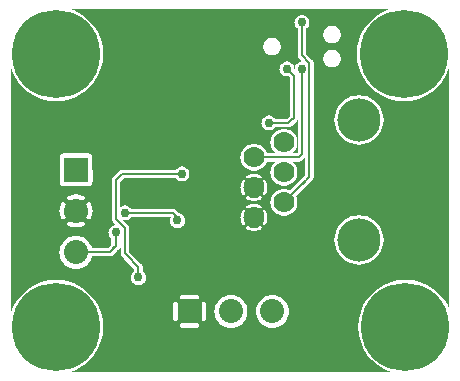
<source format=gbr>
G04 start of page 3 for group 1 idx 1 *
G04 Title: (unknown), bottom *
G04 Creator: pcb 20140316 *
G04 CreationDate: Mon 02 Nov 2015 05:35:22 PM GMT UTC *
G04 For: ndholmes *
G04 Format: Gerber/RS-274X *
G04 PCB-Dimensions (mil): 1500.00 1250.00 *
G04 PCB-Coordinate-Origin: lower left *
%MOIN*%
%FSLAX25Y25*%
%LNBOTTOM*%
%ADD48C,0.0390*%
%ADD47C,0.0472*%
%ADD46C,0.1280*%
%ADD45C,0.1285*%
%ADD44C,0.0150*%
%ADD43C,0.0140*%
%ADD42C,0.0300*%
%ADD41C,0.0800*%
%ADD40C,0.1440*%
%ADD39C,0.0700*%
%ADD38C,0.2937*%
%ADD37C,0.0080*%
%ADD36C,0.0001*%
G54D36*G36*
X90695Y64635D02*X90951Y64478D01*
X91605Y64207D01*
X92294Y64042D01*
X93000Y63986D01*
X93706Y64042D01*
X94395Y64207D01*
X95049Y64478D01*
X95653Y64848D01*
X96192Y65308D01*
X96652Y65847D01*
X97022Y66451D01*
X97293Y67105D01*
X97458Y67794D01*
X97500Y68500D01*
X97458Y69206D01*
X97293Y69895D01*
X97022Y70549D01*
X96652Y71153D01*
X96192Y71692D01*
X95714Y72100D01*
X97945D01*
X98000Y72096D01*
X98220Y72113D01*
X98434Y72164D01*
X98638Y72249D01*
X98825Y72364D01*
X98993Y72507D01*
X99029Y72549D01*
X99951Y73471D01*
X99993Y73507D01*
X100100Y73632D01*
Y67580D01*
X95044Y62524D01*
X94395Y62793D01*
X93706Y62958D01*
X93000Y63014D01*
X92294Y62958D01*
X91605Y62793D01*
X90951Y62522D01*
X90695Y62365D01*
Y64635D01*
G37*
G36*
Y83600D02*X94445D01*
X94500Y83596D01*
X94720Y83613D01*
X94934Y83664D01*
X95138Y83749D01*
X95325Y83864D01*
X95493Y84007D01*
X95529Y84049D01*
X97201Y85721D01*
X97243Y85757D01*
X97386Y85924D01*
X97386Y85925D01*
X97501Y86112D01*
X97586Y86316D01*
X97600Y86376D01*
Y75080D01*
X97420Y74900D01*
X95714D01*
X96192Y75308D01*
X96652Y75847D01*
X97022Y76451D01*
X97293Y77105D01*
X97458Y77794D01*
X97500Y78500D01*
X97458Y79206D01*
X97293Y79895D01*
X97022Y80549D01*
X96652Y81153D01*
X96192Y81692D01*
X95653Y82152D01*
X95049Y82522D01*
X94395Y82793D01*
X93706Y82958D01*
X93000Y83014D01*
X92294Y82958D01*
X91605Y82793D01*
X90951Y82522D01*
X90695Y82365D01*
Y83600D01*
G37*
G36*
X117987Y14430D02*X118538Y12138D01*
X119482Y9858D01*
X120772Y7753D01*
X122376Y5876D01*
X124253Y4272D01*
X126358Y2982D01*
X128638Y2038D01*
X128795Y2000D01*
X117987D01*
Y14430D01*
G37*
G36*
Y103348D02*X118038Y103138D01*
X118982Y100858D01*
X120272Y98753D01*
X121876Y96876D01*
X123753Y95272D01*
X125858Y93982D01*
X128138Y93038D01*
X130539Y92461D01*
X133000Y92268D01*
X135461Y92461D01*
X137862Y93038D01*
X140142Y93982D01*
X142247Y95272D01*
X144124Y96876D01*
X145728Y98753D01*
X147018Y100858D01*
X147962Y103138D01*
X148000Y103295D01*
Y22978D01*
X147518Y24142D01*
X146228Y26247D01*
X144624Y28124D01*
X142747Y29728D01*
X140642Y31018D01*
X138362Y31962D01*
X135961Y32539D01*
X133500Y32732D01*
X131039Y32539D01*
X128638Y31962D01*
X126358Y31018D01*
X124253Y29728D01*
X122376Y28124D01*
X120772Y26247D01*
X119482Y24142D01*
X118538Y21862D01*
X117987Y19570D01*
Y37776D01*
X118000Y37775D01*
X119287Y37876D01*
X120542Y38177D01*
X121734Y38671D01*
X122835Y39346D01*
X123816Y40184D01*
X124654Y41165D01*
X125329Y42266D01*
X125823Y43458D01*
X126124Y44713D01*
X126200Y46000D01*
X126124Y47287D01*
X125823Y48542D01*
X125329Y49734D01*
X124654Y50835D01*
X123816Y51816D01*
X122835Y52654D01*
X121734Y53329D01*
X120542Y53823D01*
X119287Y54124D01*
X118000Y54225D01*
X117987Y54224D01*
Y77776D01*
X118000Y77775D01*
X119287Y77876D01*
X120542Y78177D01*
X121734Y78671D01*
X122835Y79346D01*
X123816Y80184D01*
X124654Y81165D01*
X125329Y82266D01*
X125823Y83458D01*
X126124Y84713D01*
X126200Y86000D01*
X126124Y87287D01*
X125823Y88542D01*
X125329Y89734D01*
X124654Y90835D01*
X123816Y91816D01*
X122835Y92654D01*
X121734Y93329D01*
X120542Y93823D01*
X119287Y94124D01*
X118000Y94225D01*
X117987Y94224D01*
Y103348D01*
G37*
G36*
Y123000D02*X128295D01*
X128138Y122962D01*
X125858Y122018D01*
X123753Y120728D01*
X121876Y119124D01*
X120272Y117247D01*
X118982Y115142D01*
X118038Y112862D01*
X117987Y112652D01*
Y123000D01*
G37*
G36*
X108995D02*X117987D01*
Y112652D01*
X117461Y110461D01*
X117268Y108000D01*
X117461Y105539D01*
X117987Y103348D01*
Y94224D01*
X116713Y94124D01*
X115458Y93823D01*
X114266Y93329D01*
X113165Y92654D01*
X112184Y91816D01*
X111346Y90835D01*
X110671Y89734D01*
X110177Y88542D01*
X109876Y87287D01*
X109775Y86000D01*
X109876Y84713D01*
X110177Y83458D01*
X110671Y82266D01*
X111346Y81165D01*
X112184Y80184D01*
X113165Y79346D01*
X114266Y78671D01*
X115458Y78177D01*
X116713Y77876D01*
X117987Y77776D01*
Y54224D01*
X116713Y54124D01*
X115458Y53823D01*
X114266Y53329D01*
X113165Y52654D01*
X112184Y51816D01*
X111346Y50835D01*
X110671Y49734D01*
X110177Y48542D01*
X109876Y47287D01*
X109775Y46000D01*
X109876Y44713D01*
X110177Y43458D01*
X110671Y42266D01*
X111346Y41165D01*
X112184Y40184D01*
X113165Y39346D01*
X114266Y38671D01*
X115458Y38177D01*
X116713Y37876D01*
X117987Y37776D01*
Y19570D01*
X117961Y19461D01*
X117768Y17000D01*
X117961Y14539D01*
X117987Y14430D01*
Y2000D01*
X108995D01*
Y103541D01*
X109000Y103541D01*
X109463Y103577D01*
X109914Y103686D01*
X110343Y103863D01*
X110739Y104106D01*
X111092Y104408D01*
X111394Y104761D01*
X111637Y105157D01*
X111814Y105586D01*
X111923Y106037D01*
X111950Y106500D01*
X111923Y106963D01*
X111814Y107414D01*
X111637Y107843D01*
X111394Y108239D01*
X111092Y108592D01*
X110739Y108894D01*
X110343Y109137D01*
X109914Y109314D01*
X109463Y109423D01*
X109000Y109459D01*
X108995Y109459D01*
Y111541D01*
X109000Y111541D01*
X109463Y111577D01*
X109914Y111686D01*
X110343Y111863D01*
X110739Y112106D01*
X111092Y112408D01*
X111394Y112761D01*
X111637Y113157D01*
X111814Y113586D01*
X111923Y114037D01*
X111950Y114500D01*
X111923Y114963D01*
X111814Y115414D01*
X111637Y115843D01*
X111394Y116239D01*
X111092Y116592D01*
X110739Y116894D01*
X110343Y117137D01*
X109914Y117314D01*
X109463Y117423D01*
X109000Y117459D01*
X108995Y117459D01*
Y123000D01*
G37*
G36*
X90695D02*X108995D01*
Y117459D01*
X108537Y117423D01*
X108086Y117314D01*
X107657Y117137D01*
X107261Y116894D01*
X106908Y116592D01*
X106606Y116239D01*
X106363Y115843D01*
X106186Y115414D01*
X106077Y114963D01*
X106041Y114500D01*
X106077Y114037D01*
X106186Y113586D01*
X106363Y113157D01*
X106606Y112761D01*
X106908Y112408D01*
X107261Y112106D01*
X107657Y111863D01*
X108086Y111686D01*
X108537Y111577D01*
X108995Y111541D01*
Y109459D01*
X108537Y109423D01*
X108086Y109314D01*
X107657Y109137D01*
X107261Y108894D01*
X106908Y108592D01*
X106606Y108239D01*
X106363Y107843D01*
X106186Y107414D01*
X106077Y106963D01*
X106041Y106500D01*
X106077Y106037D01*
X106186Y105586D01*
X106363Y105157D01*
X106606Y104761D01*
X106908Y104408D01*
X107261Y104106D01*
X107657Y103863D01*
X108086Y103686D01*
X108537Y103577D01*
X108995Y103541D01*
Y2000D01*
X90695D01*
Y16896D01*
X90819Y16926D01*
X91619Y17257D01*
X92357Y17710D01*
X93015Y18272D01*
X93577Y18930D01*
X94030Y19668D01*
X94361Y20468D01*
X94563Y21310D01*
X94614Y22173D01*
X94563Y23036D01*
X94361Y23878D01*
X94030Y24678D01*
X93577Y25416D01*
X93015Y26074D01*
X92357Y26636D01*
X91619Y27089D01*
X90819Y27420D01*
X90695Y27450D01*
Y54635D01*
X90951Y54478D01*
X91605Y54207D01*
X92294Y54042D01*
X93000Y53986D01*
X93706Y54042D01*
X94395Y54207D01*
X95049Y54478D01*
X95653Y54848D01*
X96192Y55308D01*
X96652Y55847D01*
X97022Y56451D01*
X97293Y57105D01*
X97458Y57794D01*
X97500Y58500D01*
X97458Y59206D01*
X97293Y59895D01*
X97024Y60544D01*
X102451Y65971D01*
X102493Y66007D01*
X102636Y66174D01*
X102636Y66175D01*
X102751Y66362D01*
X102836Y66566D01*
X102887Y66780D01*
X102904Y67000D01*
X102900Y67055D01*
Y102000D01*
X102900Y102000D01*
Y104945D01*
X102904Y105000D01*
X102887Y105220D01*
X102836Y105434D01*
X102751Y105638D01*
X102636Y105825D01*
X102636Y105826D01*
X102493Y105993D01*
X102451Y106029D01*
X100400Y108080D01*
Y116426D01*
X100474Y116471D01*
X100773Y116727D01*
X101029Y117026D01*
X101234Y117362D01*
X101385Y117725D01*
X101477Y118108D01*
X101500Y118500D01*
X101477Y118892D01*
X101385Y119275D01*
X101234Y119638D01*
X101029Y119974D01*
X100773Y120273D01*
X100474Y120529D01*
X100138Y120734D01*
X99775Y120885D01*
X99392Y120977D01*
X99000Y121008D01*
X98608Y120977D01*
X98225Y120885D01*
X97862Y120734D01*
X97526Y120529D01*
X97227Y120273D01*
X96971Y119974D01*
X96766Y119638D01*
X96615Y119275D01*
X96523Y118892D01*
X96492Y118500D01*
X96523Y118108D01*
X96615Y117725D01*
X96766Y117362D01*
X96971Y117026D01*
X97227Y116727D01*
X97526Y116471D01*
X97600Y116426D01*
Y107555D01*
X97596Y107500D01*
X97613Y107280D01*
X97664Y107066D01*
X97749Y106862D01*
X97864Y106675D01*
X97864Y106674D01*
X98007Y106507D01*
X98049Y106471D01*
X99013Y105507D01*
X99000Y105508D01*
X98608Y105477D01*
X98225Y105385D01*
X97862Y105234D01*
X97526Y105029D01*
X97227Y104773D01*
X96971Y104474D01*
X96766Y104138D01*
X96615Y103775D01*
X96523Y103392D01*
X96497Y103056D01*
X96477Y103392D01*
X96385Y103775D01*
X96234Y104138D01*
X96029Y104474D01*
X95773Y104773D01*
X95474Y105029D01*
X95138Y105234D01*
X94775Y105385D01*
X94392Y105477D01*
X94000Y105508D01*
X93608Y105477D01*
X93225Y105385D01*
X92862Y105234D01*
X92526Y105029D01*
X92227Y104773D01*
X91971Y104474D01*
X91766Y104138D01*
X91615Y103775D01*
X91523Y103392D01*
X91492Y103000D01*
X91523Y102608D01*
X91615Y102225D01*
X91766Y101862D01*
X91971Y101526D01*
X92227Y101227D01*
X92526Y100971D01*
X92862Y100766D01*
X93225Y100615D01*
X93608Y100523D01*
X94000Y100492D01*
X94392Y100523D01*
X94477Y100543D01*
X94850Y100170D01*
Y87330D01*
X93920Y86400D01*
X90695D01*
Y108079D01*
X90739Y108106D01*
X91092Y108408D01*
X91394Y108761D01*
X91637Y109157D01*
X91814Y109586D01*
X91923Y110037D01*
X91950Y110500D01*
X91923Y110963D01*
X91814Y111414D01*
X91637Y111843D01*
X91394Y112239D01*
X91092Y112592D01*
X90739Y112894D01*
X90695Y112921D01*
Y123000D01*
G37*
G36*
X86720Y17211D02*X87409Y16926D01*
X88251Y16724D01*
X89114Y16656D01*
X89977Y16724D01*
X90695Y16896D01*
Y2000D01*
X86720D01*
Y17211D01*
G37*
G36*
Y70959D02*X87022Y71451D01*
X87291Y72100D01*
X90286D01*
X89808Y71692D01*
X89348Y71153D01*
X88978Y70549D01*
X88707Y69895D01*
X88542Y69206D01*
X88486Y68500D01*
X88542Y67794D01*
X88707Y67105D01*
X88978Y66451D01*
X89348Y65847D01*
X89808Y65308D01*
X90347Y64848D01*
X90695Y64635D01*
Y62365D01*
X90347Y62152D01*
X89808Y61692D01*
X89348Y61153D01*
X88978Y60549D01*
X88707Y59895D01*
X88542Y59206D01*
X88486Y58500D01*
X88542Y57794D01*
X88707Y57105D01*
X88978Y56451D01*
X89348Y55847D01*
X89808Y55308D01*
X90347Y54848D01*
X90695Y54635D01*
Y27450D01*
X89977Y27622D01*
X89114Y27690D01*
X88251Y27622D01*
X87409Y27420D01*
X86720Y27135D01*
Y51044D01*
X86771Y51083D01*
X86826Y51139D01*
X86870Y51204D01*
X87064Y51556D01*
X87221Y51926D01*
X87344Y52309D01*
X87433Y52700D01*
X87487Y53099D01*
X87504Y53500D01*
X87487Y53901D01*
X87433Y54300D01*
X87344Y54691D01*
X87221Y55074D01*
X87064Y55444D01*
X86874Y55798D01*
X86829Y55863D01*
X86774Y55920D01*
X86720Y55960D01*
Y61044D01*
X86771Y61083D01*
X86826Y61139D01*
X86870Y61204D01*
X87064Y61556D01*
X87221Y61926D01*
X87344Y62309D01*
X87433Y62700D01*
X87487Y63099D01*
X87504Y63500D01*
X87487Y63901D01*
X87433Y64300D01*
X87344Y64691D01*
X87221Y65074D01*
X87064Y65444D01*
X86874Y65798D01*
X86829Y65863D01*
X86774Y65920D01*
X86720Y65960D01*
Y70959D01*
G37*
G36*
X83002Y68986D02*X83706Y69042D01*
X84395Y69207D01*
X85049Y69478D01*
X85653Y69848D01*
X86192Y70308D01*
X86652Y70847D01*
X86720Y70959D01*
Y65960D01*
X86710Y65968D01*
X86640Y66004D01*
X86565Y66030D01*
X86487Y66044D01*
X86408Y66045D01*
X86329Y66033D01*
X86254Y66010D01*
X86183Y65975D01*
X86118Y65929D01*
X86061Y65874D01*
X86013Y65811D01*
X85976Y65741D01*
X85951Y65666D01*
X85937Y65588D01*
X85936Y65508D01*
X85948Y65430D01*
X85971Y65354D01*
X86007Y65284D01*
X86157Y65010D01*
X86279Y64723D01*
X86375Y64426D01*
X86444Y64121D01*
X86486Y63812D01*
X86500Y63500D01*
X86486Y63188D01*
X86444Y62879D01*
X86375Y62574D01*
X86279Y62277D01*
X86157Y61990D01*
X86010Y61714D01*
X85974Y61645D01*
X85951Y61569D01*
X85940Y61491D01*
X85941Y61413D01*
X85954Y61335D01*
X85980Y61261D01*
X86016Y61191D01*
X86064Y61128D01*
X86120Y61073D01*
X86184Y61028D01*
X86255Y60993D01*
X86330Y60970D01*
X86408Y60959D01*
X86487Y60960D01*
X86564Y60973D01*
X86639Y60999D01*
X86708Y61035D01*
X86720Y61044D01*
Y55960D01*
X86710Y55968D01*
X86640Y56004D01*
X86565Y56030D01*
X86487Y56044D01*
X86408Y56045D01*
X86329Y56033D01*
X86254Y56010D01*
X86183Y55975D01*
X86118Y55929D01*
X86061Y55874D01*
X86013Y55811D01*
X85976Y55741D01*
X85951Y55666D01*
X85937Y55588D01*
X85936Y55508D01*
X85948Y55430D01*
X85971Y55354D01*
X86007Y55284D01*
X86157Y55010D01*
X86279Y54723D01*
X86375Y54426D01*
X86444Y54121D01*
X86486Y53812D01*
X86500Y53500D01*
X86486Y53188D01*
X86444Y52879D01*
X86375Y52574D01*
X86279Y52277D01*
X86157Y51990D01*
X86010Y51714D01*
X85974Y51645D01*
X85951Y51569D01*
X85940Y51491D01*
X85941Y51413D01*
X85954Y51335D01*
X85980Y51261D01*
X86016Y51191D01*
X86064Y51128D01*
X86120Y51073D01*
X86184Y51028D01*
X86255Y50993D01*
X86330Y50970D01*
X86408Y50959D01*
X86487Y50960D01*
X86564Y50973D01*
X86639Y50999D01*
X86708Y51035D01*
X86720Y51044D01*
Y27135D01*
X86609Y27089D01*
X85871Y26636D01*
X85213Y26074D01*
X84651Y25416D01*
X84198Y24678D01*
X83867Y23878D01*
X83665Y23036D01*
X83597Y22173D01*
X83665Y21310D01*
X83867Y20468D01*
X84198Y19668D01*
X84651Y18930D01*
X85213Y18272D01*
X85871Y17710D01*
X86609Y17257D01*
X86720Y17211D01*
Y2000D01*
X83002D01*
Y48996D01*
X83401Y49013D01*
X83800Y49067D01*
X84191Y49156D01*
X84574Y49279D01*
X84944Y49436D01*
X85298Y49626D01*
X85363Y49671D01*
X85420Y49726D01*
X85468Y49790D01*
X85504Y49860D01*
X85530Y49935D01*
X85544Y50013D01*
X85545Y50092D01*
X85533Y50171D01*
X85510Y50246D01*
X85475Y50317D01*
X85429Y50382D01*
X85374Y50439D01*
X85311Y50487D01*
X85241Y50524D01*
X85166Y50549D01*
X85088Y50563D01*
X85008Y50564D01*
X84930Y50552D01*
X84854Y50529D01*
X84784Y50493D01*
X84510Y50343D01*
X84223Y50221D01*
X83926Y50125D01*
X83621Y50056D01*
X83312Y50014D01*
X83002Y50000D01*
Y57000D01*
X83312Y56986D01*
X83621Y56944D01*
X83926Y56875D01*
X84223Y56779D01*
X84510Y56657D01*
X84786Y56510D01*
X84855Y56474D01*
X84931Y56451D01*
X85009Y56440D01*
X85087Y56441D01*
X85165Y56454D01*
X85239Y56480D01*
X85309Y56516D01*
X85372Y56564D01*
X85427Y56620D01*
X85472Y56684D01*
X85507Y56755D01*
X85530Y56830D01*
X85541Y56908D01*
X85540Y56987D01*
X85527Y57064D01*
X85501Y57139D01*
X85465Y57208D01*
X85417Y57271D01*
X85361Y57326D01*
X85296Y57370D01*
X84944Y57564D01*
X84574Y57721D01*
X84191Y57844D01*
X83800Y57933D01*
X83401Y57987D01*
X83002Y58004D01*
Y58996D01*
X83401Y59013D01*
X83800Y59067D01*
X84191Y59156D01*
X84574Y59279D01*
X84944Y59436D01*
X85298Y59626D01*
X85363Y59671D01*
X85420Y59726D01*
X85468Y59790D01*
X85504Y59860D01*
X85530Y59935D01*
X85544Y60013D01*
X85545Y60092D01*
X85533Y60171D01*
X85510Y60246D01*
X85475Y60317D01*
X85429Y60382D01*
X85374Y60439D01*
X85311Y60487D01*
X85241Y60524D01*
X85166Y60549D01*
X85088Y60563D01*
X85008Y60564D01*
X84930Y60552D01*
X84854Y60529D01*
X84784Y60493D01*
X84510Y60343D01*
X84223Y60221D01*
X83926Y60125D01*
X83621Y60056D01*
X83312Y60014D01*
X83002Y60000D01*
Y67000D01*
X83312Y66986D01*
X83621Y66944D01*
X83926Y66875D01*
X84223Y66779D01*
X84510Y66657D01*
X84786Y66510D01*
X84855Y66474D01*
X84931Y66451D01*
X85009Y66440D01*
X85087Y66441D01*
X85165Y66454D01*
X85239Y66480D01*
X85309Y66516D01*
X85372Y66564D01*
X85427Y66620D01*
X85472Y66684D01*
X85507Y66755D01*
X85530Y66830D01*
X85541Y66908D01*
X85540Y66987D01*
X85527Y67064D01*
X85501Y67139D01*
X85465Y67208D01*
X85417Y67271D01*
X85361Y67326D01*
X85296Y67370D01*
X84944Y67564D01*
X84574Y67721D01*
X84191Y67844D01*
X83800Y67933D01*
X83401Y67987D01*
X83002Y68004D01*
Y68986D01*
G37*
G36*
Y123000D02*X90695D01*
Y112921D01*
X90343Y113137D01*
X89914Y113314D01*
X89463Y113423D01*
X89000Y113459D01*
X88537Y113423D01*
X88086Y113314D01*
X87657Y113137D01*
X87261Y112894D01*
X86908Y112592D01*
X86606Y112239D01*
X86363Y111843D01*
X86186Y111414D01*
X86077Y110963D01*
X86041Y110500D01*
X86077Y110037D01*
X86186Y109586D01*
X86363Y109157D01*
X86606Y108761D01*
X86908Y108408D01*
X87261Y108106D01*
X87657Y107863D01*
X88086Y107686D01*
X88537Y107577D01*
X89000Y107541D01*
X89463Y107577D01*
X89914Y107686D01*
X90343Y107863D01*
X90695Y108079D01*
Y86400D01*
X90074D01*
X90029Y86474D01*
X89773Y86773D01*
X89474Y87029D01*
X89138Y87234D01*
X88775Y87385D01*
X88392Y87477D01*
X88000Y87508D01*
X87608Y87477D01*
X87225Y87385D01*
X86862Y87234D01*
X86526Y87029D01*
X86227Y86773D01*
X85971Y86474D01*
X85766Y86138D01*
X85615Y85775D01*
X85523Y85392D01*
X85492Y85000D01*
X85523Y84608D01*
X85615Y84225D01*
X85766Y83862D01*
X85971Y83526D01*
X86227Y83227D01*
X86526Y82971D01*
X86862Y82766D01*
X87225Y82615D01*
X87608Y82523D01*
X88000Y82492D01*
X88392Y82523D01*
X88775Y82615D01*
X89138Y82766D01*
X89474Y82971D01*
X89773Y83227D01*
X90029Y83526D01*
X90074Y83600D01*
X90695D01*
Y82365D01*
X90347Y82152D01*
X89808Y81692D01*
X89348Y81153D01*
X88978Y80549D01*
X88707Y79895D01*
X88542Y79206D01*
X88486Y78500D01*
X88542Y77794D01*
X88707Y77105D01*
X88978Y76451D01*
X89348Y75847D01*
X89808Y75308D01*
X90286Y74900D01*
X87291D01*
X87022Y75549D01*
X86652Y76153D01*
X86192Y76692D01*
X85653Y77152D01*
X85049Y77522D01*
X84395Y77793D01*
X83706Y77958D01*
X83002Y78014D01*
Y123000D01*
G37*
G36*
X79280Y70959D02*X79348Y70847D01*
X79808Y70308D01*
X80347Y69848D01*
X80951Y69478D01*
X81605Y69207D01*
X82294Y69042D01*
X83000Y68986D01*
X83002Y68986D01*
Y68004D01*
X83000Y68004D01*
X82599Y67987D01*
X82200Y67933D01*
X81809Y67844D01*
X81426Y67721D01*
X81056Y67564D01*
X80702Y67374D01*
X80637Y67329D01*
X80580Y67274D01*
X80532Y67210D01*
X80496Y67140D01*
X80470Y67065D01*
X80456Y66987D01*
X80455Y66908D01*
X80467Y66829D01*
X80490Y66754D01*
X80525Y66683D01*
X80571Y66618D01*
X80626Y66561D01*
X80689Y66513D01*
X80759Y66476D01*
X80834Y66451D01*
X80912Y66437D01*
X80992Y66436D01*
X81070Y66448D01*
X81146Y66471D01*
X81216Y66507D01*
X81490Y66657D01*
X81777Y66779D01*
X82074Y66875D01*
X82379Y66944D01*
X82688Y66986D01*
X83000Y67000D01*
X83002Y67000D01*
Y60000D01*
X83000Y60000D01*
X82688Y60014D01*
X82379Y60056D01*
X82074Y60125D01*
X81777Y60221D01*
X81490Y60343D01*
X81214Y60490D01*
X81145Y60526D01*
X81069Y60549D01*
X80991Y60560D01*
X80913Y60559D01*
X80835Y60546D01*
X80761Y60520D01*
X80691Y60484D01*
X80628Y60436D01*
X80573Y60380D01*
X80528Y60316D01*
X80493Y60245D01*
X80470Y60170D01*
X80459Y60092D01*
X80460Y60013D01*
X80473Y59936D01*
X80499Y59861D01*
X80535Y59792D01*
X80583Y59729D01*
X80639Y59674D01*
X80704Y59630D01*
X81056Y59436D01*
X81426Y59279D01*
X81809Y59156D01*
X82200Y59067D01*
X82599Y59013D01*
X83000Y58996D01*
X83002Y58996D01*
Y58004D01*
X83000Y58004D01*
X82599Y57987D01*
X82200Y57933D01*
X81809Y57844D01*
X81426Y57721D01*
X81056Y57564D01*
X80702Y57374D01*
X80637Y57329D01*
X80580Y57274D01*
X80532Y57210D01*
X80496Y57140D01*
X80470Y57065D01*
X80456Y56987D01*
X80455Y56908D01*
X80467Y56829D01*
X80490Y56754D01*
X80525Y56683D01*
X80571Y56618D01*
X80626Y56561D01*
X80689Y56513D01*
X80759Y56476D01*
X80834Y56451D01*
X80912Y56437D01*
X80992Y56436D01*
X81070Y56448D01*
X81146Y56471D01*
X81216Y56507D01*
X81490Y56657D01*
X81777Y56779D01*
X82074Y56875D01*
X82379Y56944D01*
X82688Y56986D01*
X83000Y57000D01*
X83002Y57000D01*
Y50000D01*
X83000Y50000D01*
X82688Y50014D01*
X82379Y50056D01*
X82074Y50125D01*
X81777Y50221D01*
X81490Y50343D01*
X81214Y50490D01*
X81145Y50526D01*
X81069Y50549D01*
X80991Y50560D01*
X80913Y50559D01*
X80835Y50546D01*
X80761Y50520D01*
X80691Y50484D01*
X80628Y50436D01*
X80573Y50380D01*
X80528Y50316D01*
X80493Y50245D01*
X80470Y50170D01*
X80459Y50092D01*
X80460Y50013D01*
X80473Y49936D01*
X80499Y49861D01*
X80535Y49792D01*
X80583Y49729D01*
X80639Y49674D01*
X80704Y49630D01*
X81056Y49436D01*
X81426Y49279D01*
X81809Y49156D01*
X82200Y49067D01*
X82599Y49013D01*
X83000Y48996D01*
X83002Y48996D01*
Y2000D01*
X79280D01*
Y18323D01*
X79798Y18930D01*
X80251Y19668D01*
X80582Y20468D01*
X80784Y21310D01*
X80835Y22173D01*
X80784Y23036D01*
X80582Y23878D01*
X80251Y24678D01*
X79798Y25416D01*
X79280Y26023D01*
Y51040D01*
X79290Y51032D01*
X79360Y50996D01*
X79435Y50970D01*
X79513Y50956D01*
X79592Y50955D01*
X79671Y50967D01*
X79746Y50990D01*
X79817Y51025D01*
X79882Y51071D01*
X79939Y51126D01*
X79987Y51189D01*
X80024Y51259D01*
X80049Y51334D01*
X80063Y51412D01*
X80064Y51492D01*
X80052Y51570D01*
X80029Y51646D01*
X79993Y51716D01*
X79843Y51990D01*
X79721Y52277D01*
X79625Y52574D01*
X79556Y52879D01*
X79514Y53188D01*
X79500Y53500D01*
X79514Y53812D01*
X79556Y54121D01*
X79625Y54426D01*
X79721Y54723D01*
X79843Y55010D01*
X79990Y55286D01*
X80026Y55355D01*
X80049Y55431D01*
X80060Y55509D01*
X80059Y55587D01*
X80046Y55665D01*
X80020Y55739D01*
X79984Y55809D01*
X79936Y55872D01*
X79880Y55927D01*
X79816Y55972D01*
X79745Y56007D01*
X79670Y56030D01*
X79592Y56041D01*
X79513Y56040D01*
X79436Y56027D01*
X79361Y56001D01*
X79292Y55965D01*
X79280Y55956D01*
Y61040D01*
X79290Y61032D01*
X79360Y60996D01*
X79435Y60970D01*
X79513Y60956D01*
X79592Y60955D01*
X79671Y60967D01*
X79746Y60990D01*
X79817Y61025D01*
X79882Y61071D01*
X79939Y61126D01*
X79987Y61189D01*
X80024Y61259D01*
X80049Y61334D01*
X80063Y61412D01*
X80064Y61492D01*
X80052Y61570D01*
X80029Y61646D01*
X79993Y61716D01*
X79843Y61990D01*
X79721Y62277D01*
X79625Y62574D01*
X79556Y62879D01*
X79514Y63188D01*
X79500Y63500D01*
X79514Y63812D01*
X79556Y64121D01*
X79625Y64426D01*
X79721Y64723D01*
X79843Y65010D01*
X79990Y65286D01*
X80026Y65355D01*
X80049Y65431D01*
X80060Y65509D01*
X80059Y65587D01*
X80046Y65665D01*
X80020Y65739D01*
X79984Y65809D01*
X79936Y65872D01*
X79880Y65927D01*
X79816Y65972D01*
X79745Y66007D01*
X79670Y66030D01*
X79592Y66041D01*
X79513Y66040D01*
X79436Y66027D01*
X79361Y66001D01*
X79292Y65965D01*
X79280Y65956D01*
Y70959D01*
G37*
G36*
Y123000D02*X83002D01*
Y78014D01*
X83000Y78014D01*
X82294Y77958D01*
X81605Y77793D01*
X80951Y77522D01*
X80347Y77152D01*
X79808Y76692D01*
X79348Y76153D01*
X79280Y76041D01*
Y123000D01*
G37*
G36*
X66305D02*X79280D01*
Y76041D01*
X78978Y75549D01*
X78707Y74895D01*
X78542Y74206D01*
X78486Y73500D01*
X78542Y72794D01*
X78707Y72105D01*
X78978Y71451D01*
X79280Y70959D01*
Y65956D01*
X79229Y65917D01*
X79174Y65861D01*
X79130Y65796D01*
X78936Y65444D01*
X78779Y65074D01*
X78656Y64691D01*
X78567Y64300D01*
X78513Y63901D01*
X78496Y63500D01*
X78513Y63099D01*
X78567Y62700D01*
X78656Y62309D01*
X78779Y61926D01*
X78936Y61556D01*
X79126Y61202D01*
X79171Y61137D01*
X79226Y61080D01*
X79280Y61040D01*
Y55956D01*
X79229Y55917D01*
X79174Y55861D01*
X79130Y55796D01*
X78936Y55444D01*
X78779Y55074D01*
X78656Y54691D01*
X78567Y54300D01*
X78513Y53901D01*
X78496Y53500D01*
X78513Y53099D01*
X78567Y52700D01*
X78656Y52309D01*
X78779Y51926D01*
X78936Y51556D01*
X79126Y51202D01*
X79171Y51137D01*
X79226Y51080D01*
X79280Y51040D01*
Y26023D01*
X79236Y26074D01*
X78578Y26636D01*
X77840Y27089D01*
X77040Y27420D01*
X76198Y27622D01*
X75335Y27690D01*
X74472Y27622D01*
X73630Y27420D01*
X72830Y27089D01*
X72092Y26636D01*
X71434Y26074D01*
X70872Y25416D01*
X70419Y24678D01*
X70088Y23878D01*
X69886Y23036D01*
X69818Y22173D01*
X69886Y21310D01*
X70088Y20468D01*
X70419Y19668D01*
X70872Y18930D01*
X71434Y18272D01*
X72092Y17710D01*
X72830Y17257D01*
X73630Y16926D01*
X74472Y16724D01*
X75335Y16656D01*
X76198Y16724D01*
X77040Y16926D01*
X77840Y17257D01*
X78578Y17710D01*
X79236Y18272D01*
X79280Y18323D01*
Y2000D01*
X66305D01*
Y18921D01*
X66423Y18930D01*
X66537Y18958D01*
X66647Y19003D01*
X66747Y19064D01*
X66837Y19141D01*
X66914Y19231D01*
X66975Y19331D01*
X67020Y19441D01*
X67048Y19555D01*
X67055Y19673D01*
Y24673D01*
X67048Y24791D01*
X67020Y24905D01*
X66975Y25015D01*
X66914Y25115D01*
X66837Y25205D01*
X66747Y25282D01*
X66647Y25343D01*
X66537Y25388D01*
X66423Y25416D01*
X66305Y25425D01*
Y123000D01*
G37*
G36*
X61555D02*X66305D01*
Y25425D01*
X66187Y25416D01*
X66073Y25388D01*
X65963Y25343D01*
X65863Y25282D01*
X65773Y25205D01*
X65696Y25115D01*
X65635Y25015D01*
X65590Y24905D01*
X65562Y24791D01*
X65555Y24673D01*
Y19673D01*
X65562Y19555D01*
X65590Y19441D01*
X65635Y19331D01*
X65696Y19231D01*
X65773Y19141D01*
X65863Y19064D01*
X65963Y19003D01*
X66073Y18958D01*
X66187Y18930D01*
X66305Y18921D01*
Y2000D01*
X61555D01*
Y16673D01*
X64055D01*
X64173Y16680D01*
X64287Y16708D01*
X64397Y16753D01*
X64497Y16814D01*
X64587Y16891D01*
X64664Y16981D01*
X64725Y17081D01*
X64770Y17191D01*
X64798Y17305D01*
X64807Y17423D01*
X64798Y17541D01*
X64770Y17655D01*
X64725Y17765D01*
X64664Y17865D01*
X64587Y17955D01*
X64497Y18032D01*
X64397Y18093D01*
X64287Y18138D01*
X64173Y18166D01*
X64055Y18173D01*
X61555D01*
Y26173D01*
X64055D01*
X64173Y26180D01*
X64287Y26208D01*
X64397Y26253D01*
X64497Y26314D01*
X64587Y26391D01*
X64664Y26481D01*
X64725Y26581D01*
X64770Y26691D01*
X64798Y26805D01*
X64807Y26923D01*
X64798Y27041D01*
X64770Y27155D01*
X64725Y27265D01*
X64664Y27365D01*
X64587Y27455D01*
X64497Y27532D01*
X64397Y27593D01*
X64287Y27638D01*
X64173Y27666D01*
X64055Y27673D01*
X61555D01*
Y123000D01*
G37*
G36*
X56805D02*X61555D01*
Y27673D01*
X59055D01*
X58937Y27666D01*
X58823Y27638D01*
X58713Y27593D01*
X58613Y27532D01*
X58523Y27455D01*
X58446Y27365D01*
X58385Y27265D01*
X58340Y27155D01*
X58312Y27041D01*
X58303Y26923D01*
X58312Y26805D01*
X58340Y26691D01*
X58385Y26581D01*
X58446Y26481D01*
X58523Y26391D01*
X58613Y26314D01*
X58713Y26253D01*
X58823Y26208D01*
X58937Y26180D01*
X59055Y26173D01*
X61555D01*
Y18173D01*
X59055D01*
X58937Y18166D01*
X58823Y18138D01*
X58713Y18093D01*
X58613Y18032D01*
X58523Y17955D01*
X58446Y17865D01*
X58385Y17765D01*
X58340Y17655D01*
X58312Y17541D01*
X58303Y17423D01*
X58312Y17305D01*
X58340Y17191D01*
X58385Y17081D01*
X58446Y16981D01*
X58523Y16891D01*
X58613Y16814D01*
X58713Y16753D01*
X58823Y16708D01*
X58937Y16680D01*
X59055Y16673D01*
X61555D01*
Y2000D01*
X56805D01*
Y18921D01*
X56923Y18930D01*
X57037Y18958D01*
X57147Y19003D01*
X57247Y19064D01*
X57337Y19141D01*
X57414Y19231D01*
X57475Y19331D01*
X57520Y19441D01*
X57548Y19555D01*
X57555Y19673D01*
Y24673D01*
X57548Y24791D01*
X57520Y24905D01*
X57475Y25015D01*
X57414Y25115D01*
X57337Y25205D01*
X57247Y25282D01*
X57147Y25343D01*
X57037Y25388D01*
X56923Y25416D01*
X56805Y25425D01*
Y50096D01*
X57108Y50023D01*
X57500Y49992D01*
X57892Y50023D01*
X58275Y50115D01*
X58638Y50266D01*
X58974Y50471D01*
X59273Y50727D01*
X59529Y51026D01*
X59734Y51362D01*
X59885Y51725D01*
X59977Y52108D01*
X60000Y52500D01*
X59977Y52892D01*
X59885Y53275D01*
X59734Y53638D01*
X59529Y53974D01*
X59273Y54273D01*
X58974Y54529D01*
X58638Y54734D01*
X58275Y54885D01*
X58038Y54942D01*
X57029Y55951D01*
X56993Y55993D01*
X56826Y56136D01*
X56825Y56136D01*
X56805Y56149D01*
Y66600D01*
X56926D01*
X56971Y66526D01*
X57227Y66227D01*
X57526Y65971D01*
X57862Y65766D01*
X58225Y65615D01*
X58608Y65523D01*
X59000Y65492D01*
X59392Y65523D01*
X59775Y65615D01*
X60138Y65766D01*
X60474Y65971D01*
X60773Y66227D01*
X61029Y66526D01*
X61234Y66862D01*
X61385Y67225D01*
X61477Y67608D01*
X61500Y68000D01*
X61477Y68392D01*
X61385Y68775D01*
X61234Y69138D01*
X61029Y69474D01*
X60773Y69773D01*
X60474Y70029D01*
X60138Y70234D01*
X59775Y70385D01*
X59392Y70477D01*
X59000Y70508D01*
X58608Y70477D01*
X58225Y70385D01*
X57862Y70234D01*
X57526Y70029D01*
X57227Y69773D01*
X56971Y69474D01*
X56926Y69400D01*
X56805D01*
Y123000D01*
G37*
G36*
Y56149D02*X56638Y56251D01*
X56434Y56336D01*
X56220Y56387D01*
X56000Y56404D01*
X55945Y56400D01*
X42074D01*
X42029Y56474D01*
X41773Y56773D01*
X41474Y57029D01*
X41138Y57234D01*
X40775Y57385D01*
X40392Y57477D01*
X40000Y57508D01*
X39828Y57494D01*
Y66600D01*
X56805D01*
Y56149D01*
G37*
G36*
Y2000D02*X39828D01*
Y39692D01*
X43100Y36420D01*
Y35574D01*
X43026Y35529D01*
X42727Y35273D01*
X42471Y34974D01*
X42266Y34638D01*
X42115Y34275D01*
X42023Y33892D01*
X41992Y33500D01*
X42023Y33108D01*
X42115Y32725D01*
X42266Y32362D01*
X42471Y32026D01*
X42727Y31727D01*
X43026Y31471D01*
X43362Y31266D01*
X43725Y31115D01*
X44108Y31023D01*
X44500Y30992D01*
X44892Y31023D01*
X45275Y31115D01*
X45638Y31266D01*
X45974Y31471D01*
X46273Y31727D01*
X46529Y32026D01*
X46734Y32362D01*
X46885Y32725D01*
X46977Y33108D01*
X47000Y33500D01*
X46977Y33892D01*
X46885Y34275D01*
X46734Y34638D01*
X46529Y34974D01*
X46273Y35273D01*
X45974Y35529D01*
X45900Y35574D01*
Y36945D01*
X45904Y37000D01*
X45887Y37220D01*
X45836Y37434D01*
X45751Y37638D01*
X45636Y37825D01*
X45493Y37993D01*
X45451Y38029D01*
X41400Y42080D01*
Y49945D01*
X41404Y50000D01*
X41387Y50220D01*
X41336Y50434D01*
X41251Y50638D01*
X41136Y50825D01*
X41136Y50826D01*
X40993Y50993D01*
X40951Y51029D01*
X39828Y52152D01*
Y52506D01*
X40000Y52492D01*
X40392Y52523D01*
X40775Y52615D01*
X41138Y52766D01*
X41474Y52971D01*
X41773Y53227D01*
X42029Y53526D01*
X42074Y53600D01*
X55250D01*
X55115Y53275D01*
X55023Y52892D01*
X54992Y52500D01*
X55023Y52108D01*
X55115Y51725D01*
X55266Y51362D01*
X55471Y51026D01*
X55727Y50727D01*
X56026Y50471D01*
X56362Y50266D01*
X56725Y50115D01*
X56805Y50096D01*
Y25425D01*
X56687Y25416D01*
X56573Y25388D01*
X56463Y25343D01*
X56363Y25282D01*
X56273Y25205D01*
X56196Y25115D01*
X56135Y25015D01*
X56090Y24905D01*
X56062Y24791D01*
X56055Y24673D01*
Y19673D01*
X56062Y19555D01*
X56090Y19441D01*
X56135Y19331D01*
X56196Y19231D01*
X56273Y19141D01*
X56363Y19064D01*
X56463Y19003D01*
X56573Y18958D01*
X56687Y18930D01*
X56805Y18921D01*
Y2000D01*
G37*
G36*
X39828Y123000D02*X56805D01*
Y69400D01*
X39828D01*
Y123000D01*
G37*
G36*
Y57494D02*X39608Y57477D01*
X39225Y57385D01*
X38862Y57234D01*
X38526Y57029D01*
X38400Y56921D01*
Y65420D01*
X39580Y66600D01*
X39828D01*
Y57494D01*
G37*
G36*
Y52152D02*X39409Y52571D01*
X39608Y52523D01*
X39828Y52506D01*
Y52152D01*
G37*
G36*
X23673Y36369D02*X24536Y36437D01*
X25378Y36639D01*
X26178Y36970D01*
X26916Y37423D01*
X27574Y37985D01*
X28136Y38643D01*
X28589Y39381D01*
X28920Y40181D01*
X28993Y40486D01*
X34831D01*
X34886Y40482D01*
X35105Y40499D01*
X35106Y40499D01*
X35320Y40550D01*
X35524Y40635D01*
X35711Y40750D01*
X35879Y40893D01*
X35915Y40935D01*
X37440Y42460D01*
X37496Y42474D01*
X37729Y42570D01*
X37943Y42702D01*
X38135Y42865D01*
X38298Y43057D01*
X38430Y43271D01*
X38526Y43504D01*
X38585Y43749D01*
X38600Y44000D01*
Y46579D01*
X38600Y46579D01*
Y41555D01*
X38596Y41500D01*
X38613Y41280D01*
X38664Y41066D01*
X38749Y40862D01*
X38864Y40675D01*
X38864Y40674D01*
X39007Y40507D01*
X39049Y40471D01*
X39828Y39692D01*
Y2000D01*
X23673D01*
Y2788D01*
X24142Y2982D01*
X26247Y4272D01*
X28124Y5876D01*
X29728Y7753D01*
X31018Y9858D01*
X31962Y12138D01*
X32539Y14539D01*
X32684Y17000D01*
X32539Y19461D01*
X31962Y21862D01*
X31018Y24142D01*
X29728Y26247D01*
X28124Y28124D01*
X26247Y29728D01*
X24142Y31018D01*
X23673Y31212D01*
Y36369D01*
G37*
G36*
X28166Y123000D02*X39828D01*
Y69400D01*
X39055D01*
X39000Y69404D01*
X38780Y69387D01*
X38566Y69336D01*
X38362Y69251D01*
X38175Y69136D01*
X38174Y69136D01*
X38007Y68993D01*
X37971Y68951D01*
X36049Y67029D01*
X36007Y66993D01*
X35864Y66825D01*
X35749Y66638D01*
X35664Y66434D01*
X35613Y66220D01*
X35596Y66000D01*
X35600Y65945D01*
Y53055D01*
X35596Y53000D01*
X35613Y52780D01*
X35664Y52566D01*
X35749Y52362D01*
X35864Y52175D01*
X35864Y52174D01*
X36007Y52007D01*
X36049Y51971D01*
X37013Y51007D01*
X37000Y51008D01*
X36608Y50977D01*
X36225Y50885D01*
X35862Y50734D01*
X35526Y50529D01*
X35227Y50273D01*
X34971Y49974D01*
X34766Y49638D01*
X34615Y49275D01*
X34523Y48892D01*
X34492Y48500D01*
X34523Y48108D01*
X34615Y47725D01*
X34766Y47362D01*
X34971Y47026D01*
X35227Y46727D01*
X35400Y46579D01*
Y44380D01*
X34306Y43286D01*
X28993D01*
X28920Y43591D01*
X28589Y44391D01*
X28166Y45081D01*
Y52810D01*
X28251Y52846D01*
X28352Y52908D01*
X28442Y52984D01*
X28518Y53074D01*
X28578Y53176D01*
X28795Y53645D01*
X28962Y54134D01*
X29082Y54637D01*
X29155Y55149D01*
X29179Y55665D01*
X29155Y56181D01*
X29082Y56693D01*
X28962Y57196D01*
X28795Y57685D01*
X28583Y58157D01*
X28522Y58258D01*
X28445Y58349D01*
X28355Y58426D01*
X28253Y58488D01*
X28166Y58525D01*
Y64025D01*
X28356Y64104D01*
X28557Y64228D01*
X28737Y64381D01*
X28890Y64561D01*
X29014Y64762D01*
X29104Y64980D01*
X29159Y65210D01*
X29173Y65445D01*
X29159Y73680D01*
X29104Y73910D01*
X29014Y74128D01*
X28890Y74329D01*
X28737Y74509D01*
X28557Y74662D01*
X28356Y74786D01*
X28166Y74865D01*
Y96924D01*
X29728Y98753D01*
X31018Y100858D01*
X31962Y103138D01*
X32539Y105539D01*
X32684Y108000D01*
X32539Y110461D01*
X31962Y112862D01*
X31018Y115142D01*
X29728Y117247D01*
X28166Y119076D01*
Y123000D01*
G37*
G36*
Y74865D02*X28138Y74876D01*
X27908Y74931D01*
X27673Y74945D01*
X23673Y74938D01*
Y93788D01*
X24142Y93982D01*
X26247Y95272D01*
X28124Y96876D01*
X28166Y96924D01*
Y74865D01*
G37*
G36*
Y45081D02*X28136Y45129D01*
X27574Y45787D01*
X26916Y46349D01*
X26178Y46802D01*
X25378Y47133D01*
X24536Y47335D01*
X23673Y47403D01*
Y50159D01*
X24189Y50183D01*
X24701Y50256D01*
X25204Y50376D01*
X25693Y50543D01*
X26165Y50755D01*
X26266Y50816D01*
X26357Y50893D01*
X26434Y50983D01*
X26496Y51085D01*
X26542Y51194D01*
X26570Y51310D01*
X26579Y51428D01*
X26570Y51546D01*
X26543Y51662D01*
X26497Y51772D01*
X26435Y51873D01*
X26359Y51963D01*
X26268Y52041D01*
X26167Y52103D01*
X26058Y52149D01*
X25942Y52176D01*
X25824Y52186D01*
X25705Y52177D01*
X25590Y52149D01*
X25481Y52102D01*
X25141Y51944D01*
X24785Y51823D01*
X24420Y51735D01*
X24048Y51683D01*
X23673Y51665D01*
Y59665D01*
X24048Y59647D01*
X24420Y59595D01*
X24785Y59507D01*
X25141Y59386D01*
X25483Y59232D01*
X25591Y59185D01*
X25706Y59158D01*
X25824Y59148D01*
X25941Y59158D01*
X26056Y59186D01*
X26165Y59231D01*
X26266Y59293D01*
X26355Y59370D01*
X26432Y59460D01*
X26493Y59560D01*
X26538Y59669D01*
X26566Y59784D01*
X26575Y59902D01*
X26565Y60020D01*
X26538Y60134D01*
X26492Y60243D01*
X26430Y60344D01*
X26354Y60434D01*
X26264Y60510D01*
X26162Y60570D01*
X25693Y60787D01*
X25204Y60954D01*
X24701Y61074D01*
X24189Y61147D01*
X23673Y61171D01*
Y63952D01*
X27908Y63959D01*
X28138Y64014D01*
X28166Y64025D01*
Y58525D01*
X28144Y58534D01*
X28028Y58562D01*
X27910Y58571D01*
X27792Y58562D01*
X27676Y58535D01*
X27566Y58489D01*
X27465Y58427D01*
X27375Y58351D01*
X27297Y58260D01*
X27235Y58159D01*
X27189Y58050D01*
X27162Y57934D01*
X27152Y57816D01*
X27161Y57697D01*
X27189Y57582D01*
X27236Y57473D01*
X27394Y57133D01*
X27515Y56777D01*
X27603Y56412D01*
X27655Y56040D01*
X27673Y55665D01*
X27655Y55290D01*
X27603Y54918D01*
X27515Y54553D01*
X27394Y54197D01*
X27240Y53855D01*
X27193Y53747D01*
X27166Y53632D01*
X27156Y53514D01*
X27166Y53397D01*
X27194Y53282D01*
X27239Y53173D01*
X27301Y53072D01*
X27378Y52983D01*
X27468Y52906D01*
X27568Y52845D01*
X27677Y52800D01*
X27792Y52772D01*
X27910Y52763D01*
X28028Y52773D01*
X28142Y52800D01*
X28166Y52810D01*
Y45081D01*
G37*
G36*
X23673Y123000D02*X28166D01*
Y119076D01*
X28124Y119124D01*
X26247Y120728D01*
X24142Y122018D01*
X23673Y122212D01*
Y123000D01*
G37*
G36*
Y2000D02*X21705D01*
X21862Y2038D01*
X23673Y2788D01*
Y2000D01*
G37*
G36*
X19180Y92439D02*X19461Y92461D01*
X21862Y93038D01*
X23673Y93788D01*
Y74938D01*
X19438Y74931D01*
X19208Y74876D01*
X19180Y74865D01*
Y92439D01*
G37*
G36*
Y38691D02*X19210Y38643D01*
X19772Y37985D01*
X20430Y37423D01*
X21168Y36970D01*
X21968Y36639D01*
X22810Y36437D01*
X23673Y36369D01*
Y31212D01*
X21862Y31962D01*
X19461Y32539D01*
X19180Y32561D01*
Y38691D01*
G37*
G36*
X23673Y47403D02*X22810Y47335D01*
X21968Y47133D01*
X21168Y46802D01*
X20430Y46349D01*
X19772Y45787D01*
X19210Y45129D01*
X19180Y45081D01*
Y52805D01*
X19202Y52796D01*
X19318Y52768D01*
X19436Y52759D01*
X19554Y52768D01*
X19670Y52795D01*
X19780Y52841D01*
X19881Y52903D01*
X19971Y52979D01*
X20049Y53070D01*
X20111Y53171D01*
X20157Y53280D01*
X20184Y53396D01*
X20194Y53514D01*
X20185Y53633D01*
X20157Y53748D01*
X20110Y53857D01*
X19952Y54197D01*
X19831Y54553D01*
X19743Y54918D01*
X19691Y55290D01*
X19673Y55665D01*
X19691Y56040D01*
X19743Y56412D01*
X19831Y56777D01*
X19952Y57133D01*
X20106Y57475D01*
X20153Y57583D01*
X20180Y57698D01*
X20190Y57816D01*
X20180Y57933D01*
X20152Y58048D01*
X20107Y58157D01*
X20045Y58258D01*
X19968Y58347D01*
X19878Y58424D01*
X19778Y58485D01*
X19669Y58530D01*
X19554Y58558D01*
X19436Y58567D01*
X19318Y58557D01*
X19204Y58530D01*
X19180Y58520D01*
Y64025D01*
X19208Y64014D01*
X19438Y63959D01*
X19673Y63945D01*
X23673Y63952D01*
Y61171D01*
X23673D01*
X23157Y61147D01*
X22645Y61074D01*
X22142Y60954D01*
X21653Y60787D01*
X21181Y60575D01*
X21080Y60514D01*
X20989Y60437D01*
X20912Y60347D01*
X20850Y60245D01*
X20804Y60136D01*
X20776Y60020D01*
X20767Y59902D01*
X20776Y59784D01*
X20803Y59668D01*
X20849Y59558D01*
X20911Y59457D01*
X20987Y59367D01*
X21078Y59289D01*
X21179Y59227D01*
X21288Y59181D01*
X21404Y59154D01*
X21522Y59144D01*
X21641Y59153D01*
X21756Y59181D01*
X21865Y59228D01*
X22205Y59386D01*
X22561Y59507D01*
X22926Y59595D01*
X23298Y59647D01*
X23673Y59665D01*
Y51665D01*
X23298Y51683D01*
X22926Y51735D01*
X22561Y51823D01*
X22205Y51944D01*
X21863Y52098D01*
X21755Y52145D01*
X21640Y52172D01*
X21522Y52182D01*
X21405Y52172D01*
X21290Y52144D01*
X21181Y52099D01*
X21080Y52037D01*
X20991Y51960D01*
X20914Y51870D01*
X20853Y51770D01*
X20808Y51661D01*
X20780Y51546D01*
X20771Y51428D01*
X20781Y51310D01*
X20808Y51196D01*
X20854Y51087D01*
X20916Y50986D01*
X20992Y50896D01*
X21082Y50820D01*
X21184Y50760D01*
X21653Y50543D01*
X22142Y50376D01*
X22645Y50256D01*
X23157Y50183D01*
X23673Y50159D01*
X23673D01*
Y47403D01*
G37*
G36*
X19180Y45081D02*X18757Y44391D01*
X18426Y43591D01*
X18224Y42749D01*
X18156Y41886D01*
X18224Y41023D01*
X18426Y40181D01*
X18757Y39381D01*
X19180Y38691D01*
Y32561D01*
X17000Y32732D01*
X14539Y32539D01*
X12138Y31962D01*
X9858Y31018D01*
X7753Y29728D01*
X5876Y28124D01*
X4272Y26247D01*
X2982Y24142D01*
X2038Y21862D01*
X2000Y21705D01*
Y103295D01*
X2038Y103138D01*
X2982Y100858D01*
X4272Y98753D01*
X5876Y96876D01*
X7753Y95272D01*
X9858Y93982D01*
X12138Y93038D01*
X14539Y92461D01*
X17000Y92268D01*
X19180Y92439D01*
Y74865D01*
X18990Y74786D01*
X18789Y74662D01*
X18609Y74509D01*
X18456Y74329D01*
X18332Y74128D01*
X18242Y73910D01*
X18187Y73680D01*
X18173Y73445D01*
X18187Y65210D01*
X18242Y64980D01*
X18332Y64762D01*
X18456Y64561D01*
X18609Y64381D01*
X18789Y64228D01*
X18990Y64104D01*
X19180Y64025D01*
Y58520D01*
X19095Y58484D01*
X18994Y58422D01*
X18904Y58346D01*
X18828Y58256D01*
X18768Y58154D01*
X18551Y57685D01*
X18384Y57196D01*
X18264Y56693D01*
X18191Y56181D01*
X18167Y55665D01*
X18191Y55149D01*
X18264Y54637D01*
X18384Y54134D01*
X18551Y53645D01*
X18763Y53173D01*
X18824Y53072D01*
X18901Y52981D01*
X18991Y52904D01*
X19093Y52842D01*
X19180Y52805D01*
Y45081D01*
G37*
G36*
X21705Y123000D02*X23673D01*
Y122212D01*
X21862Y122962D01*
X21705Y123000D01*
G37*
G54D37*X99000Y118500D02*Y107500D01*
X101500Y105000D01*
Y100500D01*
X94000Y103000D02*X96000Y101000D01*
X96250Y100750D02*X95250Y101750D01*
X83000Y73500D02*X98000D01*
X99000Y74500D01*
X88000Y85000D02*X94500D01*
X100500Y66000D02*X93000Y58500D01*
X99000Y74500D02*Y103000D01*
X96000Y86500D02*X94500Y85000D01*
X95500Y86000D02*X96250Y86750D01*
Y100750D01*
X101500Y102000D02*Y67000D01*
X99250Y64750D01*
X23673Y41886D02*X33886D01*
X37000Y48500D02*Y44000D01*
X35000Y42000D01*
X32386Y41886D02*X34886D01*
X36500Y43500D01*
X40000Y41500D02*X44500Y37000D01*
Y33500D02*Y37000D01*
X43500Y38000D01*
X40000Y41500D02*X42250Y39250D01*
X59000Y68000D02*X39000D01*
X37000Y66000D01*
Y53000D01*
X40000Y50000D01*
Y41500D01*
Y55000D02*X56000D01*
X57500Y52500D02*Y53500D01*
X56000Y55000D01*
X54000D01*
G54D38*X133500Y17000D03*
G54D39*X83000Y53500D03*
G54D40*X118000Y46000D03*
G54D36*G36*
X57555Y26173D02*Y18173D01*
X65555D01*
Y26173D01*
X57555D01*
G37*
G54D41*X75335Y22173D03*
X89114D03*
G54D38*X133000Y108000D03*
G54D40*X118000Y86000D03*
G54D38*X17000Y17000D03*
Y108000D03*
G54D36*G36*
X19673Y73445D02*Y65445D01*
X27673D01*
Y73445D01*
X19673D01*
G37*
G54D41*X23673Y55665D03*
Y41886D03*
G54D39*X93000Y58500D03*
X83000Y63500D03*
Y73500D03*
X93000Y68500D03*
Y78500D03*
G54D42*X104000Y118500D03*
X99000Y103000D03*
X94000D03*
X99000Y118500D03*
X66500Y98500D03*
Y94500D03*
X88000Y85000D03*
X58500Y106500D03*
Y102500D03*
Y98500D03*
X62500D03*
Y94500D03*
X58500D03*
X54500D03*
Y90500D03*
X54000Y18500D03*
Y22500D03*
Y26500D03*
X59000Y68000D03*
X40000Y55000D03*
X57500Y52500D03*
X39000Y34500D03*
X44500Y33500D03*
X37000Y48500D03*
X39000Y30500D03*
X105500Y20500D03*
G54D43*G54D44*G54D43*G54D44*G54D43*G54D44*G54D45*G54D42*G54D46*G54D47*G54D45*G54D48*G54D46*G54D45*G54D47*G54D42*M02*

</source>
